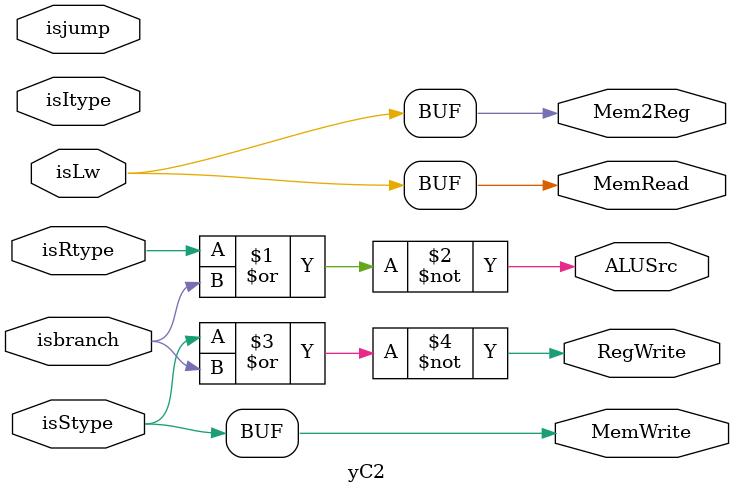
<source format=v>
module yC2 (
    output RegWrite,   // Signal to enable writing to a register
    output ALUSrc,     // Signal to select ALU source (immediate vs. register)
    output MemRead,    // Signal to enable memory read operation
    output MemWrite,   // Signal to enable memory write operation
    output Mem2Reg,    // Signal to select data from memory to write to register
    input isStype,     // Input: S-Type instruction indicator
    input isRtype,     // Input: R-Type instruction indicator
    input isItype,     // Input: I-Type instruction indicator
    input isLw,        // Input: Load Word (LW) instruction indicator
    input isjump,      // Input: Jump (UJ-Type) instruction indicator
    input isbranch     // Input: Branch (SB-Type) instruction indicator
);

    // ALUSrc is 1 for I-Type and sw and UJ
    // Mem2Reg is 1 for lw
    // RegWrite is 1 for R-format and lw and UJ
    // MemRead is 1 for lw
    // MemWrite is 1 for sw

    nor (ALUSrc, isRtype, isbranch);			//0 - do calculation; 1 - add immediate
    nor (RegWrite, isStype, isbranch);			//need to write to a register

    assign Mem2Reg = isLw;
    assign MemRead = isLw;
    assign MemWrite = isStype;
endmodule
</source>
